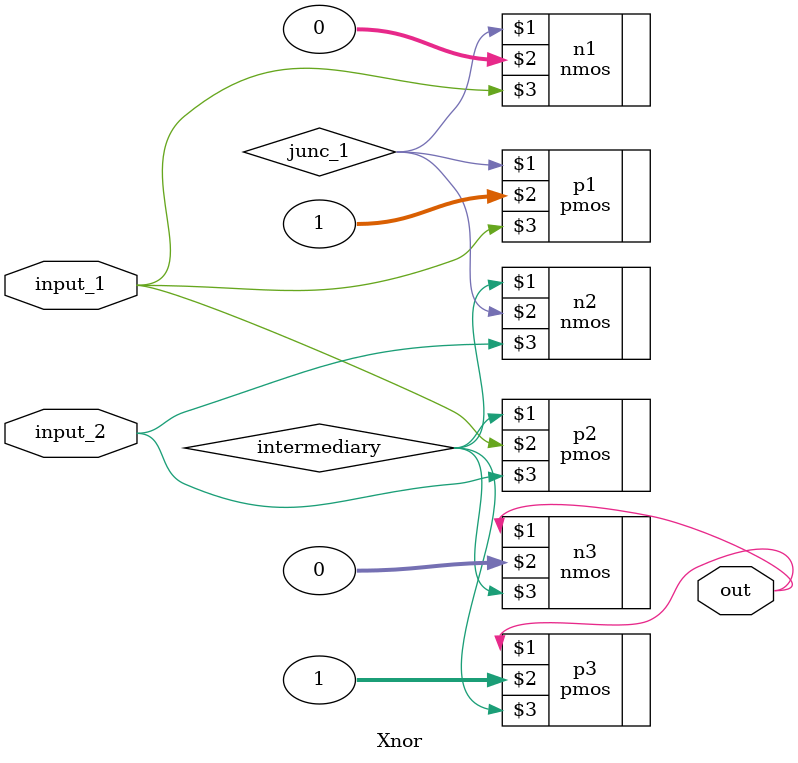
<source format=v>
module Xnor(input_1, input_2, out);
	input input_1;
	input input_2;
	output out;

	wire input_1;
	wire input_2;
	wire out;

	wire junc_1;
	wire intermediary;

	nmos n1(junc_1, 0, input_1);
	pmos p1(junc_1, 1, input_1);
	
	nmos n2(intermediary, junc_1, input_2);
	pmos p2(intermediary, input_1, input_2);
	
	nmos n3(out, 0, intermediary);
	pmos p3(out, 1, intermediary);
endmodule

</source>
